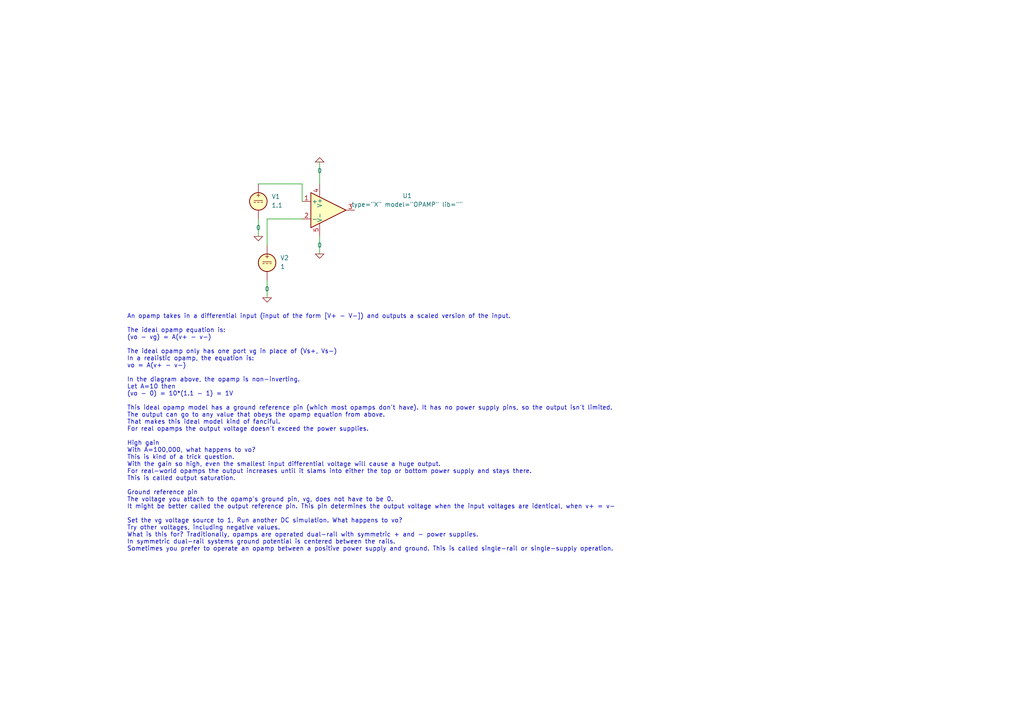
<source format=kicad_sch>
(kicad_sch (version 20230121) (generator eeschema)
  (paper "A4")
  (lib_symbols
    (symbol "Simulation_SPICE:0" (power) (pin_names (offset 0))
      (property "Value" "0" (at 0 -1.778 0))
      (symbol "0_0_1"
        (polyline (pts (xy -1.27 0) (xy 0 -1.27) (xy 1.27 0) (xy -1.27 0)))
      )
      (symbol "0_1_1"
        (pin power_in line (at 0 0 0) (length 0) hide (name "0") (number "1"))
      )
    )
    (symbol "Simulation_SPICE:OPAMP" (pin_names (offset 0.254))
      (property "Reference" "U" (at 3.81 3.175 0))
      (property "Value" "${SIM.PARAMS}" (at 3.81 -3.175 0))
      (symbol "OPAMP_0_1"
        (polyline (pts (xy 5.08 0) (xy -5.08 5.08) (xy -5.08 -5.08) (xy 5.08 0)) (stroke (width 0.254)) (fill (type background)))
      )
      (symbol "OPAMP_1_1"
        (pin input line (at -7.62 2.54 0) (length 2.54) (name "+") (number "1"))
        (pin input line (at -7.62 -2.54 0) (length 2.54) (name "-") (number "2"))
        (pin output line (at 7.62 0 180) (length 2.54) (name "~") (number "3"))
        (pin power_in line (at -2.54 7.62 270) (length 3.81) (name "V+") (number "4"))
        (pin power_in line (at -2.54 -7.62 90) (length 3.81) (name "V-") (number "5"))
      )
    )
    (symbol "Simulation_SPICE:VDC" (pin_numbers hide) (pin_names (offset 0.0254))
      (property "Reference" "V" (at 2.54 2.54 0))
      (property "Value" "1" (at 2.54 0 0))
      (symbol "VDC_0_0"
        (polyline (pts (xy -1.27 0.254) (xy 1.27 0.254)))
        (polyline (pts (xy -0.762 -0.254) (xy -1.27 -0.254)))
        (polyline (pts (xy 0.254 -0.254) (xy -0.254 -0.254)))
        (polyline (pts (xy 1.27 -0.254) (xy 0.762 -0.254)))
        (text "+" (at 0 1.905 0) (effects (font (size 1.27 1.27))))
      )
      (symbol "VDC_0_1"
        (circle (center 0 0) (radius 2.54) (stroke (width 0.254)) (fill (type background)))
      )
      (symbol "VDC_1_1"
        (pin passive line (at 0 5.08 270) (length 2.54) (name "~") (number "1"))
        (pin passive line (at 0 -5.08 90) (length 2.54) (name "~") (number "2"))
      )
    )
  )
  (wire (pts (xy 92.71 68.58) (xy 92.71 73.66)))
  (wire (pts (xy 77.47 81.28) (xy 77.47 86.36)))
  (wire (pts (xy 87.63 53.34) (xy 87.63 58.42)))
  (wire (pts (xy 77.47 63.5) (xy 87.63 63.5)))
  (wire (pts (xy 74.93 63.5) (xy 74.93 68.58)))
  (wire (pts (xy 77.47 71.12) (xy 77.47 63.5)))
  (wire (pts (xy 74.93 53.34) (xy 87.63 53.34)))
  (wire (pts (xy 92.71 46.99) (xy 92.71 53.34)))
  (text "An opamp takes in a differential input (input of the form [V+ - V-]) and outputs a scaled version of the input.\n\nThe ideal opamp equation is:\n(vo - vg) = A(v+ - v-)\n\nThe ideal opamp only has one port vg in place of (Vs+, Vs-)\nIn a realistic opamp, the equation is:\nvo = A(v+ - v-)\n\nIn the diagram above, the opamp is non-inverting.\nLet A=10 then\n(vo - 0) = 10*(1.1 - 1) = 1V\n\nThis ideal opamp model has a ground reference pin (which most opamps don't have). It has no power supply pins, so the output isn't limited.\nThe output can go to any value that obeys the opamp equation from above.\nThat makes this ideal model kind of fanciful.\nFor real opamps the output voltage doesn't exceed the power supplies.\n\nHigh gain\nWith A=100,000, what happens to vo?\nThis is kind of a trick question.\nWith the gain so high, even the smallest input differential voltage will cause a huge output.\nFor real-world opamps the output increases until it slams into either the top or bottom power supply and stays there.\nThis is called output saturation.\n\nGround reference pin\nThe voltage you attach to the opamp's ground pin, vg, does not have to be 0.\nIt might be better called the output reference pin. This pin determines the output voltage when the input voltages are identical, when v+ = v-\n\nSet the vg voltage source to 1, Run another DC simulation. What happens to vo?\nTry other voltages, including negative values.\nWhat is this for? Traditionally, opamps are operated dual-rail with symmetric + and - power supplies.\nIn symmetric dual-rail systems ground potential is centered between the rails.\nSometimes you prefer to operate an opamp between a positive power supply and ground. This is called single-rail or single-supply operation." (at 36.83 160.02 0) (effects (font (size 1.27 1.27)) (justify left bottom)))
  (symbol (lib_id "Simulation_SPICE:0") (at 77.47 86.36 0) (unit 1)
    (property "Reference" "#GND03" (effects hide))
    (property "Value" "0" (at 77.47 83.82 0))
  )
  (symbol (lib_id "Simulation_SPICE:0") (at 92.71 73.66 0) (unit 1)
    (property "Reference" "#GND02" (effects hide))
    (property "Value" "0" (at 92.71 71.12 0))
  )
  (symbol (lib_id "Simulation_SPICE:VDC") (at 77.47 76.2 0) (unit 1)
    (property "Reference" "V2" (at 81.28 74.8002 0) (effects (justify left)))
    (property "Value" "1" (at 81.28 77.3402 0) (effects (justify left)))
    (property "Sim.Pins" "1=+ 2=-" (effects hide))
    (property "Sim.Type" "DC" (effects hide))
    (property "Sim.Device" "V" (effects hide))
  )
  (symbol (lib_id "Simulation_SPICE:OPAMP") (at 95.25 60.96 0) (unit 1)
    (property "Reference" "U1" (at 118.11 56.7691 0))
    (property "Value" "${SIM.PARAMS}" (at 118.11 59.3091 0))
    (property "Sim.Pins" "1=1 2=2 3=3 4=4 5=5" (effects hide))
    (property "Sim.Device" "SPICE" (effects hide))
    (property "Sim.Params" "type=\"X\" model=\"OPAMP\" lib=\"\"" (effects hide))
  )
  (symbol (lib_id "Simulation_SPICE:0") (at 74.93 68.58 0) (unit 1)
    (property "Reference" "#GND04" (effects hide))
    (property "Value" "0" (at 74.93 66.04 0))
  )
  (symbol (lib_id "Simulation_SPICE:VDC") (at 74.93 58.42 0) (unit 1)
    (property "Reference" "V1" (at 78.74 57.0202 0) (effects (justify left)))
    (property "Value" "1.1" (at 78.74 59.5602 0) (effects (justify left)))
    (property "Sim.Pins" "1=+ 2=-" (effects hide))
    (property "Sim.Type" "DC" (effects hide))
    (property "Sim.Device" "V" (effects hide))
  )
  (symbol (lib_id "Simulation_SPICE:0") (at 92.71 46.99 180) (unit 1)
    (property "Reference" "#GND01" (effects hide))
    (property "Value" "0" (at 92.71 49.53 0))
  )
)
</source>
